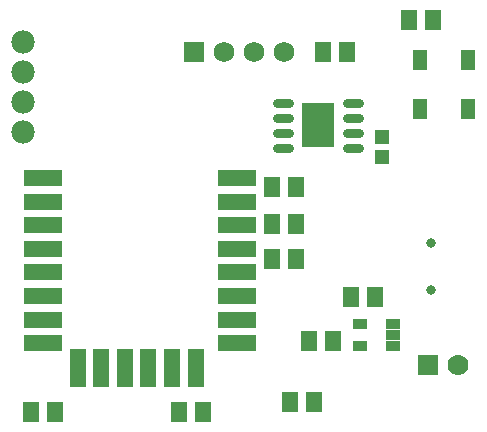
<source format=gbs>
G04 ---------------------------- Layer name :BOTTOM SOLDER LAYER*
G04 EasyEDA v5.8.19, Fri, 19 Oct 2018 05:21:59 GMT*
G04 8bfcd2fe48ed4f748b2211d8b79e97b7*
G04 Gerber Generator version 0.2*
G04 Scale: 100 percent, Rotated: No, Reflected: No *
G04 Dimensions in millimeters *
G04 leading zeros omitted , absolute positions ,3 integer and 3 decimal *
%FSLAX33Y33*%
%MOMM*%
G90*
G71D02*

%ADD48C,0.803148*%
%ADD49R,1.778000X1.778000*%
%ADD50C,1.778000*%
%ADD54C,1.973199*%
%ADD55R,1.727200X1.727200*%
%ADD56C,1.727200*%
%ADD58C,0.803199*%
%ADD59R,2.703195X3.703066*%
%ADD60R,1.203198X1.703197*%
%ADD61R,1.308100X0.825500*%
%ADD62R,1.363218X1.673098*%
%ADD63R,1.203960X1.303020*%
%ADD64R,3.203194X1.403096*%
%ADD65R,1.403096X3.203194*%

%LPD*%
G54D58*
G01X30031Y33572D02*
G01X29031Y33572D01*
G01X30031Y32302D02*
G01X29031Y32302D01*
G01X30031Y31032D02*
G01X29031Y31032D01*
G01X30031Y29762D02*
G01X29031Y29762D01*
G01X24088Y33572D02*
G01X23088Y33572D01*
G01X24088Y32302D02*
G01X23088Y32302D01*
G01X24088Y31032D02*
G01X23088Y31032D01*
G01X24088Y29762D02*
G01X23088Y29762D01*
G54D59*
G01X26560Y31667D03*
G54D60*
G01X39269Y37159D03*
G01X35209Y37159D03*
G01X39271Y33058D03*
G01X35212Y33058D03*
G54D61*
G01X30130Y14813D03*
G01X30130Y12933D03*
G01X32924Y12933D03*
G01X32924Y13873D03*
G01X32924Y14813D03*
G54D62*
G01X27839Y13359D03*
G01X25807Y13359D03*
G01X34300Y40600D03*
G01X36332Y40600D03*
G01X24699Y23299D03*
G01X22667Y23299D03*
G01X24700Y20299D03*
G01X22668Y20299D03*
G01X28999Y37899D03*
G01X26967Y37899D03*
G01X24700Y26400D03*
G01X22668Y26400D03*
G01X26199Y8199D03*
G01X24167Y8199D03*
G01X14800Y7400D03*
G01X16832Y7400D03*
G01X4301Y7398D03*
G01X2269Y7398D03*
G01X31401Y17098D03*
G01X29369Y17098D03*
G54D63*
G01X31999Y28961D03*
G01X31999Y30638D03*
G54D64*
G01X19698Y27199D03*
G01X19698Y25200D03*
G01X19698Y23200D03*
G01X19698Y21199D03*
G01X19698Y19199D03*
G01X19698Y17199D03*
G01X19698Y15200D03*
G01X19698Y13200D03*
G01X3300Y27199D03*
G01X3300Y25200D03*
G01X3300Y21199D03*
G01X3300Y23200D03*
G01X3300Y19199D03*
G01X3300Y17199D03*
G01X3300Y15200D03*
G01X3300Y13200D03*
G54D65*
G01X8200Y11099D03*
G01X10200Y11099D03*
G01X12199Y11099D03*
G01X14199Y11099D03*
G01X16200Y11099D03*
G01X6200Y11099D03*
G54D48*
G01X36109Y21709D03*
G01X36109Y17711D03*
G54D49*
G01X35901Y11398D03*
G54D50*
G01X38441Y11398D03*
G54D54*
G01X1599Y31059D03*
G01X1599Y33599D03*
G01X1599Y36139D03*
G01X1599Y38679D03*
G54D55*
G01X16091Y37898D03*
G54D56*
G01X18631Y37898D03*
G01X21171Y37898D03*
G01X23711Y37898D03*
M00*
M02*

</source>
